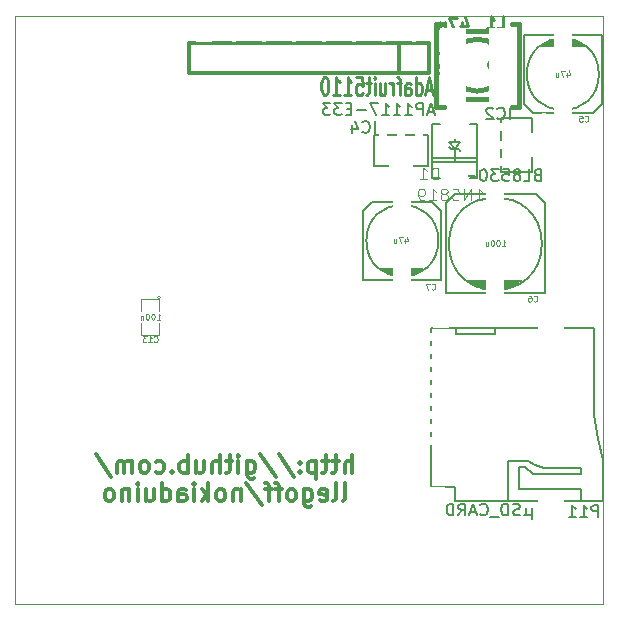
<source format=gbo>
G04 (created by PCBNEW (2013-07-07 BZR 4022)-stable) date 11/09/2014 22:00:23*
%MOIN*%
G04 Gerber Fmt 3.4, Leading zero omitted, Abs format*
%FSLAX34Y34*%
G01*
G70*
G90*
G04 APERTURE LIST*
%ADD10C,0.000787402*%
%ADD11C,0.011811*%
%ADD12C,0.00393701*%
%ADD13C,0.005*%
%ADD14C,0.012*%
%ADD15C,0.00590551*%
%ADD16C,0.015*%
%ADD17C,0.0039*%
%ADD18C,0.0079*%
%ADD19C,0.0107*%
%ADD20C,0.01*%
%ADD21C,0.0047*%
%ADD22C,0.00985*%
%ADD23C,0.00984252*%
%ADD24C,0.0043*%
%ADD25R,0.055X0.055*%
%ADD26C,0.055*%
%ADD27R,0.063X0.0276*%
%ADD28R,0.0827X0.0276*%
%ADD29R,0.1083X0.0787*%
%ADD30R,0.0276X0.063*%
%ADD31R,0.0276X0.0827*%
%ADD32R,0.0787X0.1083*%
%ADD33R,0.0629921X0.0275591*%
%ADD34R,0.0866142X0.0472441*%
%ADD35R,0.0551181X0.0433071*%
%ADD36R,0.0551181X0.0629921*%
%ADD37C,0.0393701*%
%ADD38C,0.0787*%
%ADD39R,0.0866X0.0709*%
%ADD40R,0.063X0.1575*%
%ADD41R,0.063X0.1417*%
%ADD42R,0.0866X0.248*%
%ADD43C,0.0354*%
%ADD44R,0.055X0.035*%
%ADD45C,0.16*%
G04 APERTURE END LIST*
G54D10*
G54D11*
X31232Y-31839D02*
X31232Y-31248D01*
X30979Y-31839D02*
X30979Y-31529D01*
X31007Y-31473D01*
X31063Y-31445D01*
X31147Y-31445D01*
X31204Y-31473D01*
X31232Y-31501D01*
X30782Y-31445D02*
X30557Y-31445D01*
X30697Y-31248D02*
X30697Y-31754D01*
X30669Y-31810D01*
X30613Y-31839D01*
X30557Y-31839D01*
X30444Y-31445D02*
X30219Y-31445D01*
X30360Y-31248D02*
X30360Y-31754D01*
X30332Y-31810D01*
X30276Y-31839D01*
X30219Y-31839D01*
X30023Y-31445D02*
X30023Y-32035D01*
X30023Y-31473D02*
X29966Y-31445D01*
X29854Y-31445D01*
X29798Y-31473D01*
X29769Y-31501D01*
X29741Y-31557D01*
X29741Y-31726D01*
X29769Y-31782D01*
X29798Y-31810D01*
X29854Y-31839D01*
X29966Y-31839D01*
X30023Y-31810D01*
X29488Y-31782D02*
X29460Y-31810D01*
X29488Y-31839D01*
X29516Y-31810D01*
X29488Y-31782D01*
X29488Y-31839D01*
X29488Y-31473D02*
X29460Y-31501D01*
X29488Y-31529D01*
X29516Y-31501D01*
X29488Y-31473D01*
X29488Y-31529D01*
X28785Y-31220D02*
X29291Y-31979D01*
X28167Y-31220D02*
X28673Y-31979D01*
X27717Y-31445D02*
X27717Y-31923D01*
X27745Y-31979D01*
X27773Y-32007D01*
X27829Y-32035D01*
X27913Y-32035D01*
X27970Y-32007D01*
X27717Y-31810D02*
X27773Y-31839D01*
X27885Y-31839D01*
X27942Y-31810D01*
X27970Y-31782D01*
X27998Y-31726D01*
X27998Y-31557D01*
X27970Y-31501D01*
X27942Y-31473D01*
X27885Y-31445D01*
X27773Y-31445D01*
X27717Y-31473D01*
X27435Y-31839D02*
X27435Y-31445D01*
X27435Y-31248D02*
X27464Y-31276D01*
X27435Y-31304D01*
X27407Y-31276D01*
X27435Y-31248D01*
X27435Y-31304D01*
X27239Y-31445D02*
X27014Y-31445D01*
X27154Y-31248D02*
X27154Y-31754D01*
X27126Y-31810D01*
X27070Y-31839D01*
X27014Y-31839D01*
X26817Y-31839D02*
X26817Y-31248D01*
X26564Y-31839D02*
X26564Y-31529D01*
X26592Y-31473D01*
X26648Y-31445D01*
X26732Y-31445D01*
X26789Y-31473D01*
X26817Y-31501D01*
X26029Y-31445D02*
X26029Y-31839D01*
X26282Y-31445D02*
X26282Y-31754D01*
X26254Y-31810D01*
X26198Y-31839D01*
X26114Y-31839D01*
X26057Y-31810D01*
X26029Y-31782D01*
X25748Y-31839D02*
X25748Y-31248D01*
X25748Y-31473D02*
X25692Y-31445D01*
X25579Y-31445D01*
X25523Y-31473D01*
X25495Y-31501D01*
X25467Y-31557D01*
X25467Y-31726D01*
X25495Y-31782D01*
X25523Y-31810D01*
X25579Y-31839D01*
X25692Y-31839D01*
X25748Y-31810D01*
X25214Y-31782D02*
X25186Y-31810D01*
X25214Y-31839D01*
X25242Y-31810D01*
X25214Y-31782D01*
X25214Y-31839D01*
X24679Y-31810D02*
X24736Y-31839D01*
X24848Y-31839D01*
X24904Y-31810D01*
X24933Y-31782D01*
X24961Y-31726D01*
X24961Y-31557D01*
X24933Y-31501D01*
X24904Y-31473D01*
X24848Y-31445D01*
X24736Y-31445D01*
X24679Y-31473D01*
X24342Y-31839D02*
X24398Y-31810D01*
X24426Y-31782D01*
X24455Y-31726D01*
X24455Y-31557D01*
X24426Y-31501D01*
X24398Y-31473D01*
X24342Y-31445D01*
X24258Y-31445D01*
X24201Y-31473D01*
X24173Y-31501D01*
X24145Y-31557D01*
X24145Y-31726D01*
X24173Y-31782D01*
X24201Y-31810D01*
X24258Y-31839D01*
X24342Y-31839D01*
X23892Y-31839D02*
X23892Y-31445D01*
X23892Y-31501D02*
X23864Y-31473D01*
X23808Y-31445D01*
X23723Y-31445D01*
X23667Y-31473D01*
X23639Y-31529D01*
X23639Y-31839D01*
X23639Y-31529D02*
X23611Y-31473D01*
X23555Y-31445D01*
X23470Y-31445D01*
X23414Y-31473D01*
X23386Y-31529D01*
X23386Y-31839D01*
X22683Y-31220D02*
X23189Y-31979D01*
X30908Y-32783D02*
X30965Y-32755D01*
X30993Y-32699D01*
X30993Y-32193D01*
X30599Y-32783D02*
X30655Y-32755D01*
X30683Y-32699D01*
X30683Y-32193D01*
X30149Y-32755D02*
X30205Y-32783D01*
X30318Y-32783D01*
X30374Y-32755D01*
X30402Y-32699D01*
X30402Y-32474D01*
X30374Y-32418D01*
X30318Y-32390D01*
X30205Y-32390D01*
X30149Y-32418D01*
X30121Y-32474D01*
X30121Y-32530D01*
X30402Y-32587D01*
X29615Y-32390D02*
X29615Y-32868D01*
X29643Y-32924D01*
X29671Y-32952D01*
X29727Y-32980D01*
X29812Y-32980D01*
X29868Y-32952D01*
X29615Y-32755D02*
X29671Y-32783D01*
X29784Y-32783D01*
X29840Y-32755D01*
X29868Y-32727D01*
X29896Y-32671D01*
X29896Y-32502D01*
X29868Y-32446D01*
X29840Y-32418D01*
X29784Y-32390D01*
X29671Y-32390D01*
X29615Y-32418D01*
X29249Y-32783D02*
X29305Y-32755D01*
X29334Y-32727D01*
X29362Y-32671D01*
X29362Y-32502D01*
X29334Y-32446D01*
X29305Y-32418D01*
X29249Y-32390D01*
X29165Y-32390D01*
X29109Y-32418D01*
X29080Y-32446D01*
X29052Y-32502D01*
X29052Y-32671D01*
X29080Y-32727D01*
X29109Y-32755D01*
X29165Y-32783D01*
X29249Y-32783D01*
X28884Y-32390D02*
X28659Y-32390D01*
X28799Y-32783D02*
X28799Y-32277D01*
X28771Y-32221D01*
X28715Y-32193D01*
X28659Y-32193D01*
X28546Y-32390D02*
X28321Y-32390D01*
X28462Y-32783D02*
X28462Y-32277D01*
X28434Y-32221D01*
X28377Y-32193D01*
X28321Y-32193D01*
X27703Y-32165D02*
X28209Y-32924D01*
X27506Y-32390D02*
X27506Y-32783D01*
X27506Y-32446D02*
X27478Y-32418D01*
X27421Y-32390D01*
X27337Y-32390D01*
X27281Y-32418D01*
X27253Y-32474D01*
X27253Y-32783D01*
X26887Y-32783D02*
X26943Y-32755D01*
X26971Y-32727D01*
X27000Y-32671D01*
X27000Y-32502D01*
X26971Y-32446D01*
X26943Y-32418D01*
X26887Y-32390D01*
X26803Y-32390D01*
X26746Y-32418D01*
X26718Y-32446D01*
X26690Y-32502D01*
X26690Y-32671D01*
X26718Y-32727D01*
X26746Y-32755D01*
X26803Y-32783D01*
X26887Y-32783D01*
X26437Y-32783D02*
X26437Y-32193D01*
X26381Y-32558D02*
X26212Y-32783D01*
X26212Y-32390D02*
X26437Y-32615D01*
X25959Y-32783D02*
X25959Y-32390D01*
X25959Y-32193D02*
X25987Y-32221D01*
X25959Y-32249D01*
X25931Y-32221D01*
X25959Y-32193D01*
X25959Y-32249D01*
X25425Y-32783D02*
X25425Y-32474D01*
X25453Y-32418D01*
X25509Y-32390D01*
X25622Y-32390D01*
X25678Y-32418D01*
X25425Y-32755D02*
X25481Y-32783D01*
X25622Y-32783D01*
X25678Y-32755D01*
X25706Y-32699D01*
X25706Y-32643D01*
X25678Y-32587D01*
X25622Y-32558D01*
X25481Y-32558D01*
X25425Y-32530D01*
X24890Y-32783D02*
X24890Y-32193D01*
X24890Y-32755D02*
X24947Y-32783D01*
X25059Y-32783D01*
X25115Y-32755D01*
X25143Y-32727D01*
X25172Y-32671D01*
X25172Y-32502D01*
X25143Y-32446D01*
X25115Y-32418D01*
X25059Y-32390D01*
X24947Y-32390D01*
X24890Y-32418D01*
X24356Y-32390D02*
X24356Y-32783D01*
X24609Y-32390D02*
X24609Y-32699D01*
X24581Y-32755D01*
X24525Y-32783D01*
X24440Y-32783D01*
X24384Y-32755D01*
X24356Y-32727D01*
X24075Y-32783D02*
X24075Y-32390D01*
X24075Y-32193D02*
X24103Y-32221D01*
X24075Y-32249D01*
X24047Y-32221D01*
X24075Y-32193D01*
X24075Y-32249D01*
X23794Y-32390D02*
X23794Y-32783D01*
X23794Y-32446D02*
X23766Y-32418D01*
X23709Y-32390D01*
X23625Y-32390D01*
X23569Y-32418D01*
X23541Y-32474D01*
X23541Y-32783D01*
X23175Y-32783D02*
X23231Y-32755D01*
X23259Y-32727D01*
X23287Y-32671D01*
X23287Y-32502D01*
X23259Y-32446D01*
X23231Y-32418D01*
X23175Y-32390D01*
X23091Y-32390D01*
X23034Y-32418D01*
X23006Y-32446D01*
X22978Y-32502D01*
X22978Y-32671D01*
X23006Y-32727D01*
X23034Y-32755D01*
X23091Y-32783D01*
X23175Y-32783D01*
G54D12*
X20000Y-36200D02*
X20000Y-16600D01*
X39600Y-36200D02*
X20000Y-36200D01*
X39600Y-16600D02*
X39600Y-36200D01*
X20000Y-16600D02*
X39600Y-16600D01*
G54D13*
X35715Y-20410D02*
X35715Y-20210D01*
X35715Y-20210D02*
X36185Y-20210D01*
X35715Y-20410D02*
X36185Y-20410D01*
X35715Y-21000D02*
X36185Y-21000D01*
X35715Y-20800D02*
X36185Y-20800D01*
X35715Y-21000D02*
X35715Y-20800D01*
X35715Y-21590D02*
X35715Y-21390D01*
X35715Y-21390D02*
X36185Y-21390D01*
X35715Y-21590D02*
X36185Y-21590D01*
X37410Y-21255D02*
X37410Y-20545D01*
X37410Y-20545D02*
X37215Y-20545D01*
X37410Y-21255D02*
X37215Y-21255D01*
X36185Y-21805D02*
X37215Y-21805D01*
X37215Y-21805D02*
X37215Y-19995D01*
X37215Y-19995D02*
X36185Y-19995D01*
X36185Y-19995D02*
X36185Y-21805D01*
G54D14*
X33800Y-17500D02*
X25800Y-17500D01*
X25800Y-17500D02*
X25800Y-18500D01*
X25800Y-18500D02*
X33800Y-18500D01*
X33800Y-18500D02*
X33800Y-17500D01*
X32800Y-18500D02*
X32800Y-17500D01*
G54D13*
X33340Y-20115D02*
X33540Y-20115D01*
X33540Y-20115D02*
X33540Y-20585D01*
X33340Y-20115D02*
X33340Y-20585D01*
X32750Y-20115D02*
X32750Y-20585D01*
X32950Y-20115D02*
X32950Y-20585D01*
X32750Y-20115D02*
X32950Y-20115D01*
X32160Y-20115D02*
X32360Y-20115D01*
X32360Y-20115D02*
X32360Y-20585D01*
X32160Y-20115D02*
X32160Y-20585D01*
X32495Y-21810D02*
X33205Y-21810D01*
X33205Y-21810D02*
X33205Y-21615D01*
X32495Y-21810D02*
X32495Y-21615D01*
X31945Y-20585D02*
X31945Y-21615D01*
X31945Y-21615D02*
X33755Y-21615D01*
X33755Y-21615D02*
X33755Y-20585D01*
X33755Y-20585D02*
X31945Y-20585D01*
G54D15*
X33866Y-32301D02*
X34653Y-32301D01*
X34653Y-32301D02*
X34653Y-32774D01*
X36425Y-32774D02*
X36425Y-31435D01*
X36425Y-31435D02*
X37094Y-31435D01*
X37094Y-31435D02*
X37330Y-31592D01*
X37330Y-31592D02*
X37606Y-31671D01*
X37606Y-31671D02*
X38866Y-31671D01*
X38866Y-31671D02*
X38866Y-31868D01*
X38866Y-31868D02*
X37251Y-31868D01*
X37251Y-31868D02*
X36976Y-31632D01*
X36976Y-31632D02*
X36779Y-31632D01*
X36779Y-31632D02*
X36779Y-32380D01*
X36779Y-32380D02*
X38866Y-32380D01*
X38866Y-32380D02*
X38866Y-32774D01*
X34692Y-27025D02*
X34692Y-27222D01*
X34692Y-27222D02*
X35992Y-27222D01*
X35992Y-27222D02*
X35992Y-27025D01*
X39299Y-29900D02*
X39417Y-30726D01*
X39417Y-30726D02*
X39574Y-31396D01*
X33866Y-27006D02*
X39299Y-27006D01*
X34653Y-32793D02*
X39574Y-32793D01*
X33866Y-27006D02*
X33866Y-32301D01*
X39299Y-27006D02*
X39299Y-29900D01*
X39574Y-32793D02*
X39574Y-31396D01*
G54D13*
X34650Y-20800D02*
X34650Y-20720D01*
X33900Y-20200D02*
X33900Y-22000D01*
X33900Y-22000D02*
X34150Y-22000D01*
X35400Y-21360D02*
X33900Y-21360D01*
X35400Y-21490D02*
X33900Y-21490D01*
X35150Y-20200D02*
X35400Y-20200D01*
X35400Y-20200D02*
X35400Y-22000D01*
X35400Y-22000D02*
X35150Y-22000D01*
X34150Y-20200D02*
X33900Y-20200D01*
X34650Y-21050D02*
X34463Y-20800D01*
X34463Y-20800D02*
X34650Y-20800D01*
X34650Y-20800D02*
X34837Y-20800D01*
X34837Y-20800D02*
X34650Y-21050D01*
X34650Y-21050D02*
X34525Y-21050D01*
X34525Y-21050D02*
X34463Y-20988D01*
X34650Y-21050D02*
X34775Y-21050D01*
X34775Y-21050D02*
X34837Y-21112D01*
X34650Y-21050D02*
X34650Y-21487D01*
X36400Y-25700D02*
X35600Y-25700D01*
X35450Y-25650D02*
X36550Y-25650D01*
X36650Y-25600D02*
X35350Y-25600D01*
X35250Y-25550D02*
X36750Y-25550D01*
X35200Y-25500D02*
X36800Y-25500D01*
X36900Y-25450D02*
X35100Y-25450D01*
X37550Y-24200D02*
G75*
G03X37550Y-24200I-1550J0D01*
G74*
G01*
X37650Y-25850D02*
X34350Y-25850D01*
X34350Y-25850D02*
X34350Y-22850D01*
X34350Y-22850D02*
X34650Y-22550D01*
X34650Y-22550D02*
X37350Y-22550D01*
X37350Y-22550D02*
X37650Y-22850D01*
X37650Y-22850D02*
X37650Y-25850D01*
X36000Y-22750D02*
X36000Y-23050D01*
X36150Y-22900D02*
X35850Y-22900D01*
X33200Y-25250D02*
X32600Y-25250D01*
X32450Y-25200D02*
X33350Y-25200D01*
X33450Y-25150D02*
X32350Y-25150D01*
X32250Y-25100D02*
X33550Y-25100D01*
X33600Y-25050D02*
X32200Y-25050D01*
X34100Y-24100D02*
G75*
G03X34100Y-24100I-1200J0D01*
G74*
G01*
X34200Y-25400D02*
X31600Y-25400D01*
X31600Y-25400D02*
X31600Y-23100D01*
X31600Y-23100D02*
X31900Y-22800D01*
X31900Y-22800D02*
X33900Y-22800D01*
X33900Y-22800D02*
X34200Y-23100D01*
X34200Y-23100D02*
X34200Y-25400D01*
X32900Y-23250D02*
X32900Y-23550D01*
X33050Y-23400D02*
X32750Y-23400D01*
X37950Y-17400D02*
X38550Y-17400D01*
X38700Y-17450D02*
X37800Y-17450D01*
X37700Y-17500D02*
X38800Y-17500D01*
X38900Y-17550D02*
X37600Y-17550D01*
X37550Y-17600D02*
X38950Y-17600D01*
X39450Y-18550D02*
G75*
G03X39450Y-18550I-1200J0D01*
G74*
G01*
X36950Y-17250D02*
X39550Y-17250D01*
X39550Y-17250D02*
X39550Y-19550D01*
X39550Y-19550D02*
X39250Y-19850D01*
X39250Y-19850D02*
X37250Y-19850D01*
X37250Y-19850D02*
X36950Y-19550D01*
X36950Y-19550D02*
X36950Y-17250D01*
X38250Y-19400D02*
X38250Y-19100D01*
X38100Y-19250D02*
X38400Y-19250D01*
G54D16*
X34298Y-19628D02*
X34022Y-19628D01*
X34022Y-19628D02*
X34022Y-16872D01*
X34022Y-16872D02*
X34258Y-16872D01*
X36542Y-19628D02*
X36778Y-19628D01*
X36778Y-19628D02*
X36778Y-16872D01*
X36778Y-16872D02*
X36542Y-16872D01*
X36542Y-19628D02*
X36739Y-19628D01*
X36266Y-18250D02*
G75*
G03X36266Y-18250I-866J0D01*
G74*
G01*
X36542Y-19392D02*
X36542Y-17108D01*
X36542Y-17108D02*
X34258Y-17108D01*
X34258Y-17108D02*
X34258Y-19392D01*
X34258Y-19392D02*
X36542Y-19392D01*
X35990Y-18250D02*
G75*
G03X35990Y-18250I-98J0D01*
G74*
G01*
G54D17*
X24850Y-26000D02*
G75*
G03X24850Y-26000I-50J0D01*
G74*
G01*
X24800Y-26450D02*
X24800Y-26050D01*
X24800Y-26050D02*
X24200Y-26050D01*
X24200Y-26050D02*
X24200Y-26450D01*
X24200Y-26850D02*
X24200Y-27250D01*
X24200Y-27250D02*
X24800Y-27250D01*
X24800Y-27250D02*
X24800Y-26850D01*
G54D18*
X36484Y-20059D02*
X36484Y-19665D01*
X36071Y-20021D02*
X36090Y-20040D01*
X36146Y-20059D01*
X36184Y-20059D01*
X36240Y-20040D01*
X36278Y-20003D01*
X36297Y-19965D01*
X36315Y-19890D01*
X36315Y-19834D01*
X36297Y-19759D01*
X36278Y-19721D01*
X36240Y-19684D01*
X36184Y-19665D01*
X36146Y-19665D01*
X36090Y-19684D01*
X36071Y-19703D01*
X35921Y-19703D02*
X35903Y-19684D01*
X35865Y-19665D01*
X35771Y-19665D01*
X35734Y-19684D01*
X35715Y-19703D01*
X35696Y-19740D01*
X35696Y-19778D01*
X35715Y-19834D01*
X35940Y-20059D01*
X35696Y-20059D01*
X37400Y-21903D02*
X37344Y-21921D01*
X37325Y-21940D01*
X37307Y-21978D01*
X37307Y-22034D01*
X37325Y-22071D01*
X37344Y-22090D01*
X37382Y-22109D01*
X37532Y-22109D01*
X37532Y-21715D01*
X37400Y-21715D01*
X37363Y-21734D01*
X37344Y-21753D01*
X37325Y-21790D01*
X37325Y-21828D01*
X37344Y-21865D01*
X37363Y-21884D01*
X37400Y-21903D01*
X37532Y-21903D01*
X36950Y-22109D02*
X37138Y-22109D01*
X37138Y-21715D01*
X36763Y-21884D02*
X36800Y-21865D01*
X36819Y-21846D01*
X36838Y-21809D01*
X36838Y-21790D01*
X36819Y-21753D01*
X36800Y-21734D01*
X36763Y-21715D01*
X36688Y-21715D01*
X36650Y-21734D01*
X36631Y-21753D01*
X36612Y-21790D01*
X36612Y-21809D01*
X36631Y-21846D01*
X36650Y-21865D01*
X36688Y-21884D01*
X36763Y-21884D01*
X36800Y-21903D01*
X36819Y-21921D01*
X36838Y-21959D01*
X36838Y-22034D01*
X36819Y-22071D01*
X36800Y-22090D01*
X36763Y-22109D01*
X36688Y-22109D01*
X36650Y-22090D01*
X36631Y-22071D01*
X36612Y-22034D01*
X36612Y-21959D01*
X36631Y-21921D01*
X36650Y-21903D01*
X36688Y-21884D01*
X36256Y-21715D02*
X36444Y-21715D01*
X36462Y-21903D01*
X36444Y-21884D01*
X36406Y-21865D01*
X36312Y-21865D01*
X36275Y-21884D01*
X36256Y-21903D01*
X36237Y-21940D01*
X36237Y-22034D01*
X36256Y-22071D01*
X36275Y-22090D01*
X36312Y-22109D01*
X36406Y-22109D01*
X36444Y-22090D01*
X36462Y-22071D01*
X36106Y-21715D02*
X35862Y-21715D01*
X35993Y-21865D01*
X35937Y-21865D01*
X35900Y-21884D01*
X35881Y-21903D01*
X35862Y-21940D01*
X35862Y-22034D01*
X35881Y-22071D01*
X35900Y-22090D01*
X35937Y-22109D01*
X36050Y-22109D01*
X36087Y-22090D01*
X36106Y-22071D01*
X35618Y-21715D02*
X35581Y-21715D01*
X35543Y-21734D01*
X35524Y-21753D01*
X35505Y-21790D01*
X35487Y-21865D01*
X35487Y-21959D01*
X35505Y-22034D01*
X35524Y-22071D01*
X35543Y-22090D01*
X35581Y-22109D01*
X35618Y-22109D01*
X35656Y-22090D01*
X35674Y-22071D01*
X35693Y-22034D01*
X35712Y-21959D01*
X35712Y-21865D01*
X35693Y-21790D01*
X35674Y-21753D01*
X35656Y-21734D01*
X35618Y-21715D01*
X35318Y-21959D02*
X35018Y-21959D01*
X34642Y-21715D02*
X34830Y-21715D01*
X34849Y-21903D01*
X34830Y-21884D01*
X34793Y-21865D01*
X34699Y-21865D01*
X34661Y-21884D01*
X34642Y-21903D01*
X34624Y-21940D01*
X34624Y-22034D01*
X34642Y-22071D01*
X34661Y-22090D01*
X34699Y-22109D01*
X34793Y-22109D01*
X34830Y-22090D01*
X34849Y-22071D01*
X34380Y-21715D02*
X34342Y-21715D01*
X34305Y-21734D01*
X34286Y-21753D01*
X34267Y-21790D01*
X34248Y-21865D01*
X34248Y-21959D01*
X34267Y-22034D01*
X34286Y-22071D01*
X34305Y-22090D01*
X34342Y-22109D01*
X34380Y-22109D01*
X34417Y-22090D01*
X34436Y-22071D01*
X34455Y-22034D01*
X34474Y-21959D01*
X34474Y-21865D01*
X34455Y-21790D01*
X34436Y-21753D01*
X34417Y-21734D01*
X34380Y-21715D01*
G54D19*
X34665Y-18525D02*
X34665Y-17844D01*
X34502Y-17844D01*
X34462Y-17877D01*
X34441Y-17909D01*
X34421Y-17974D01*
X34421Y-18071D01*
X34441Y-18136D01*
X34462Y-18168D01*
X34502Y-18201D01*
X34665Y-18201D01*
X34258Y-17909D02*
X34237Y-17877D01*
X34197Y-17844D01*
X34095Y-17844D01*
X34054Y-17877D01*
X34034Y-17909D01*
X34013Y-17974D01*
X34013Y-18039D01*
X34034Y-18136D01*
X34278Y-18525D01*
X34013Y-18525D01*
G54D14*
G54D20*
X33897Y-19071D02*
X33707Y-19071D01*
X33935Y-19242D02*
X33802Y-18642D01*
X33669Y-19242D01*
X33364Y-19242D02*
X33364Y-18642D01*
X33364Y-19214D02*
X33402Y-19242D01*
X33478Y-19242D01*
X33516Y-19214D01*
X33535Y-19185D01*
X33554Y-19128D01*
X33554Y-18957D01*
X33535Y-18900D01*
X33516Y-18871D01*
X33478Y-18842D01*
X33402Y-18842D01*
X33364Y-18871D01*
X33002Y-19242D02*
X33002Y-18928D01*
X33021Y-18871D01*
X33059Y-18842D01*
X33135Y-18842D01*
X33173Y-18871D01*
X33002Y-19214D02*
X33040Y-19242D01*
X33135Y-19242D01*
X33173Y-19214D01*
X33192Y-19157D01*
X33192Y-19100D01*
X33173Y-19042D01*
X33135Y-19014D01*
X33040Y-19014D01*
X33002Y-18985D01*
X32869Y-18842D02*
X32716Y-18842D01*
X32811Y-19242D02*
X32811Y-18728D01*
X32792Y-18671D01*
X32754Y-18642D01*
X32716Y-18642D01*
X32583Y-19242D02*
X32583Y-18842D01*
X32583Y-18957D02*
X32564Y-18900D01*
X32545Y-18871D01*
X32507Y-18842D01*
X32469Y-18842D01*
X32164Y-18842D02*
X32164Y-19242D01*
X32335Y-18842D02*
X32335Y-19157D01*
X32316Y-19214D01*
X32278Y-19242D01*
X32221Y-19242D01*
X32183Y-19214D01*
X32164Y-19185D01*
X31973Y-19242D02*
X31973Y-18842D01*
X31973Y-18642D02*
X31992Y-18671D01*
X31973Y-18700D01*
X31954Y-18671D01*
X31973Y-18642D01*
X31973Y-18700D01*
X31840Y-18842D02*
X31688Y-18842D01*
X31783Y-18642D02*
X31783Y-19157D01*
X31764Y-19214D01*
X31726Y-19242D01*
X31688Y-19242D01*
X31364Y-18642D02*
X31554Y-18642D01*
X31573Y-18928D01*
X31554Y-18900D01*
X31516Y-18871D01*
X31421Y-18871D01*
X31383Y-18900D01*
X31364Y-18928D01*
X31345Y-18985D01*
X31345Y-19128D01*
X31364Y-19185D01*
X31383Y-19214D01*
X31421Y-19242D01*
X31516Y-19242D01*
X31554Y-19214D01*
X31573Y-19185D01*
X30964Y-19242D02*
X31192Y-19242D01*
X31078Y-19242D02*
X31078Y-18642D01*
X31116Y-18728D01*
X31154Y-18785D01*
X31192Y-18814D01*
X30583Y-19242D02*
X30811Y-19242D01*
X30697Y-19242D02*
X30697Y-18642D01*
X30735Y-18728D01*
X30773Y-18785D01*
X30811Y-18814D01*
X30335Y-18642D02*
X30297Y-18642D01*
X30259Y-18671D01*
X30240Y-18700D01*
X30221Y-18757D01*
X30202Y-18871D01*
X30202Y-19014D01*
X30221Y-19128D01*
X30240Y-19185D01*
X30259Y-19214D01*
X30297Y-19242D01*
X30335Y-19242D01*
X30373Y-19214D01*
X30392Y-19185D01*
X30411Y-19128D01*
X30430Y-19014D01*
X30430Y-18871D01*
X30411Y-18757D01*
X30392Y-18700D01*
X30373Y-18671D01*
X30335Y-18642D01*
G54D14*
G54D18*
X31984Y-20509D02*
X31984Y-20115D01*
X31571Y-20471D02*
X31590Y-20490D01*
X31646Y-20509D01*
X31684Y-20509D01*
X31740Y-20490D01*
X31778Y-20453D01*
X31797Y-20415D01*
X31815Y-20340D01*
X31815Y-20284D01*
X31797Y-20209D01*
X31778Y-20171D01*
X31740Y-20134D01*
X31684Y-20115D01*
X31646Y-20115D01*
X31590Y-20134D01*
X31571Y-20153D01*
X31234Y-20246D02*
X31234Y-20509D01*
X31327Y-20096D02*
X31421Y-20378D01*
X31177Y-20378D01*
X33938Y-19796D02*
X33751Y-19796D01*
X33976Y-19909D02*
X33844Y-19515D01*
X33713Y-19909D01*
X33582Y-19909D02*
X33582Y-19515D01*
X33432Y-19515D01*
X33394Y-19534D01*
X33375Y-19553D01*
X33357Y-19590D01*
X33357Y-19646D01*
X33375Y-19684D01*
X33394Y-19703D01*
X33432Y-19721D01*
X33582Y-19721D01*
X32981Y-19909D02*
X33206Y-19909D01*
X33094Y-19909D02*
X33094Y-19515D01*
X33131Y-19571D01*
X33169Y-19609D01*
X33206Y-19628D01*
X32606Y-19909D02*
X32831Y-19909D01*
X32719Y-19909D02*
X32719Y-19515D01*
X32756Y-19571D01*
X32794Y-19609D01*
X32831Y-19628D01*
X32231Y-19909D02*
X32456Y-19909D01*
X32343Y-19909D02*
X32343Y-19515D01*
X32381Y-19571D01*
X32418Y-19609D01*
X32456Y-19628D01*
X32100Y-19515D02*
X31837Y-19515D01*
X32006Y-19909D01*
X31687Y-19759D02*
X31387Y-19759D01*
X31199Y-19703D02*
X31068Y-19703D01*
X31011Y-19909D02*
X31199Y-19909D01*
X31199Y-19515D01*
X31011Y-19515D01*
X30880Y-19515D02*
X30636Y-19515D01*
X30767Y-19665D01*
X30711Y-19665D01*
X30674Y-19684D01*
X30655Y-19703D01*
X30636Y-19740D01*
X30636Y-19834D01*
X30655Y-19871D01*
X30674Y-19890D01*
X30711Y-19909D01*
X30824Y-19909D01*
X30861Y-19890D01*
X30880Y-19871D01*
X30505Y-19515D02*
X30261Y-19515D01*
X30392Y-19665D01*
X30336Y-19665D01*
X30298Y-19684D01*
X30280Y-19703D01*
X30261Y-19740D01*
X30261Y-19834D01*
X30280Y-19871D01*
X30298Y-19890D01*
X30336Y-19909D01*
X30448Y-19909D01*
X30486Y-19890D01*
X30505Y-19871D01*
G54D15*
X39428Y-33309D02*
X39428Y-32915D01*
X39278Y-32915D01*
X39240Y-32934D01*
X39221Y-32953D01*
X39203Y-32990D01*
X39203Y-33046D01*
X39221Y-33084D01*
X39240Y-33103D01*
X39278Y-33121D01*
X39428Y-33121D01*
X38828Y-33309D02*
X39053Y-33309D01*
X38940Y-33309D02*
X38940Y-32915D01*
X38978Y-32971D01*
X39015Y-33009D01*
X39053Y-33028D01*
X38453Y-33309D02*
X38678Y-33309D01*
X38565Y-33309D02*
X38565Y-32915D01*
X38603Y-32971D01*
X38640Y-33009D01*
X38678Y-33028D01*
X37206Y-32996D02*
X37206Y-33390D01*
X37018Y-33203D02*
X36999Y-33240D01*
X36962Y-33259D01*
X37206Y-33203D02*
X37187Y-33240D01*
X37149Y-33259D01*
X37074Y-33259D01*
X37037Y-33240D01*
X37018Y-33203D01*
X37018Y-32996D01*
X36812Y-33240D02*
X36756Y-33259D01*
X36662Y-33259D01*
X36624Y-33240D01*
X36606Y-33221D01*
X36587Y-33184D01*
X36587Y-33146D01*
X36606Y-33109D01*
X36624Y-33090D01*
X36662Y-33071D01*
X36737Y-33053D01*
X36774Y-33034D01*
X36793Y-33015D01*
X36812Y-32978D01*
X36812Y-32940D01*
X36793Y-32903D01*
X36774Y-32884D01*
X36737Y-32865D01*
X36643Y-32865D01*
X36587Y-32884D01*
X36418Y-33259D02*
X36418Y-32865D01*
X36324Y-32865D01*
X36268Y-32884D01*
X36231Y-32921D01*
X36212Y-32959D01*
X36193Y-33034D01*
X36193Y-33090D01*
X36212Y-33165D01*
X36231Y-33203D01*
X36268Y-33240D01*
X36324Y-33259D01*
X36418Y-33259D01*
X36118Y-33296D02*
X35818Y-33296D01*
X35500Y-33221D02*
X35518Y-33240D01*
X35575Y-33259D01*
X35612Y-33259D01*
X35668Y-33240D01*
X35706Y-33203D01*
X35725Y-33165D01*
X35743Y-33090D01*
X35743Y-33034D01*
X35725Y-32959D01*
X35706Y-32921D01*
X35668Y-32884D01*
X35612Y-32865D01*
X35575Y-32865D01*
X35518Y-32884D01*
X35500Y-32903D01*
X35350Y-33146D02*
X35162Y-33146D01*
X35387Y-33259D02*
X35256Y-32865D01*
X35125Y-33259D01*
X34768Y-33259D02*
X34900Y-33071D01*
X34993Y-33259D02*
X34993Y-32865D01*
X34843Y-32865D01*
X34806Y-32884D01*
X34787Y-32903D01*
X34768Y-32940D01*
X34768Y-32996D01*
X34787Y-33034D01*
X34806Y-33053D01*
X34843Y-33071D01*
X34993Y-33071D01*
X34600Y-33259D02*
X34600Y-32865D01*
X34506Y-32865D01*
X34450Y-32884D01*
X34412Y-32921D01*
X34393Y-32959D01*
X34375Y-33034D01*
X34375Y-33090D01*
X34393Y-33165D01*
X34412Y-33203D01*
X34450Y-33240D01*
X34506Y-33259D01*
X34600Y-33259D01*
G54D21*
X34090Y-22059D02*
X34090Y-21665D01*
X33997Y-21665D01*
X33940Y-21684D01*
X33903Y-21721D01*
X33884Y-21759D01*
X33865Y-21834D01*
X33865Y-21890D01*
X33884Y-21965D01*
X33903Y-22003D01*
X33940Y-22040D01*
X33997Y-22059D01*
X34090Y-22059D01*
X33490Y-22059D02*
X33715Y-22059D01*
X33603Y-22059D02*
X33603Y-21665D01*
X33640Y-21721D01*
X33678Y-21759D01*
X33715Y-21778D01*
X35344Y-22759D02*
X35569Y-22759D01*
X35456Y-22759D02*
X35456Y-22365D01*
X35494Y-22421D01*
X35531Y-22459D01*
X35569Y-22478D01*
X35175Y-22759D02*
X35175Y-22365D01*
X34950Y-22759D01*
X34950Y-22365D01*
X34575Y-22365D02*
X34762Y-22365D01*
X34781Y-22553D01*
X34762Y-22534D01*
X34725Y-22515D01*
X34631Y-22515D01*
X34593Y-22534D01*
X34575Y-22553D01*
X34556Y-22590D01*
X34556Y-22684D01*
X34575Y-22721D01*
X34593Y-22740D01*
X34631Y-22759D01*
X34725Y-22759D01*
X34762Y-22740D01*
X34781Y-22721D01*
X34331Y-22534D02*
X34368Y-22515D01*
X34387Y-22496D01*
X34406Y-22459D01*
X34406Y-22440D01*
X34387Y-22403D01*
X34368Y-22384D01*
X34331Y-22365D01*
X34256Y-22365D01*
X34218Y-22384D01*
X34199Y-22403D01*
X34181Y-22440D01*
X34181Y-22459D01*
X34199Y-22496D01*
X34218Y-22515D01*
X34256Y-22534D01*
X34331Y-22534D01*
X34368Y-22553D01*
X34387Y-22571D01*
X34406Y-22609D01*
X34406Y-22684D01*
X34387Y-22721D01*
X34368Y-22740D01*
X34331Y-22759D01*
X34256Y-22759D01*
X34218Y-22740D01*
X34199Y-22721D01*
X34181Y-22684D01*
X34181Y-22609D01*
X34199Y-22571D01*
X34218Y-22553D01*
X34256Y-22534D01*
X33805Y-22759D02*
X34030Y-22759D01*
X33918Y-22759D02*
X33918Y-22365D01*
X33955Y-22421D01*
X33993Y-22459D01*
X34030Y-22478D01*
X33618Y-22759D02*
X33543Y-22759D01*
X33505Y-22740D01*
X33486Y-22721D01*
X33449Y-22665D01*
X33430Y-22590D01*
X33430Y-22440D01*
X33449Y-22403D01*
X33468Y-22384D01*
X33505Y-22365D01*
X33580Y-22365D01*
X33618Y-22384D01*
X33636Y-22403D01*
X33655Y-22440D01*
X33655Y-22534D01*
X33636Y-22571D01*
X33618Y-22590D01*
X33580Y-22609D01*
X33505Y-22609D01*
X33468Y-22590D01*
X33449Y-22571D01*
X33430Y-22534D01*
X37282Y-26110D02*
X37292Y-26120D01*
X37320Y-26129D01*
X37339Y-26129D01*
X37367Y-26120D01*
X37386Y-26101D01*
X37395Y-26082D01*
X37404Y-26045D01*
X37404Y-26017D01*
X37395Y-25979D01*
X37386Y-25960D01*
X37367Y-25942D01*
X37339Y-25932D01*
X37320Y-25932D01*
X37292Y-25942D01*
X37282Y-25951D01*
X37113Y-25932D02*
X37151Y-25932D01*
X37170Y-25942D01*
X37179Y-25951D01*
X37198Y-25979D01*
X37207Y-26017D01*
X37207Y-26092D01*
X37198Y-26110D01*
X37189Y-26120D01*
X37170Y-26129D01*
X37132Y-26129D01*
X37113Y-26120D01*
X37104Y-26110D01*
X37095Y-26092D01*
X37095Y-26045D01*
X37104Y-26026D01*
X37113Y-26017D01*
X37132Y-26007D01*
X37170Y-26007D01*
X37189Y-26017D01*
X37198Y-26026D01*
X37207Y-26045D01*
X36220Y-24279D02*
X36333Y-24279D01*
X36276Y-24279D02*
X36276Y-24082D01*
X36295Y-24110D01*
X36314Y-24129D01*
X36333Y-24139D01*
X36098Y-24082D02*
X36079Y-24082D01*
X36060Y-24092D01*
X36051Y-24101D01*
X36042Y-24120D01*
X36032Y-24157D01*
X36032Y-24204D01*
X36042Y-24242D01*
X36051Y-24260D01*
X36060Y-24270D01*
X36079Y-24279D01*
X36098Y-24279D01*
X36117Y-24270D01*
X36126Y-24260D01*
X36136Y-24242D01*
X36145Y-24204D01*
X36145Y-24157D01*
X36136Y-24120D01*
X36126Y-24101D01*
X36117Y-24092D01*
X36098Y-24082D01*
X35910Y-24082D02*
X35892Y-24082D01*
X35873Y-24092D01*
X35863Y-24101D01*
X35854Y-24120D01*
X35845Y-24157D01*
X35845Y-24204D01*
X35854Y-24242D01*
X35863Y-24260D01*
X35873Y-24270D01*
X35892Y-24279D01*
X35910Y-24279D01*
X35929Y-24270D01*
X35939Y-24260D01*
X35948Y-24242D01*
X35957Y-24204D01*
X35957Y-24157D01*
X35948Y-24120D01*
X35939Y-24101D01*
X35929Y-24092D01*
X35910Y-24082D01*
X35676Y-24148D02*
X35676Y-24279D01*
X35760Y-24148D02*
X35760Y-24251D01*
X35751Y-24270D01*
X35732Y-24279D01*
X35704Y-24279D01*
X35685Y-24270D01*
X35676Y-24260D01*
X33882Y-25710D02*
X33892Y-25720D01*
X33920Y-25729D01*
X33939Y-25729D01*
X33967Y-25720D01*
X33986Y-25701D01*
X33995Y-25682D01*
X34004Y-25645D01*
X34004Y-25617D01*
X33995Y-25579D01*
X33986Y-25560D01*
X33967Y-25542D01*
X33939Y-25532D01*
X33920Y-25532D01*
X33892Y-25542D01*
X33882Y-25551D01*
X33817Y-25532D02*
X33685Y-25532D01*
X33770Y-25729D01*
X32995Y-24048D02*
X32995Y-24179D01*
X33042Y-23973D02*
X33089Y-24114D01*
X32967Y-24114D01*
X32910Y-23982D02*
X32779Y-23982D01*
X32864Y-24179D01*
X32620Y-24048D02*
X32620Y-24179D01*
X32704Y-24048D02*
X32704Y-24151D01*
X32695Y-24170D01*
X32676Y-24179D01*
X32648Y-24179D01*
X32629Y-24170D01*
X32620Y-24160D01*
X38982Y-20110D02*
X38992Y-20120D01*
X39020Y-20129D01*
X39039Y-20129D01*
X39067Y-20120D01*
X39086Y-20101D01*
X39095Y-20082D01*
X39104Y-20045D01*
X39104Y-20017D01*
X39095Y-19979D01*
X39086Y-19960D01*
X39067Y-19942D01*
X39039Y-19932D01*
X39020Y-19932D01*
X38992Y-19942D01*
X38982Y-19951D01*
X38804Y-19932D02*
X38898Y-19932D01*
X38907Y-20026D01*
X38898Y-20017D01*
X38879Y-20007D01*
X38832Y-20007D01*
X38813Y-20017D01*
X38804Y-20026D01*
X38795Y-20045D01*
X38795Y-20092D01*
X38804Y-20110D01*
X38813Y-20120D01*
X38832Y-20129D01*
X38879Y-20129D01*
X38898Y-20120D01*
X38907Y-20110D01*
X38395Y-18498D02*
X38395Y-18629D01*
X38442Y-18423D02*
X38489Y-18564D01*
X38367Y-18564D01*
X38310Y-18432D02*
X38179Y-18432D01*
X38264Y-18629D01*
X38020Y-18498D02*
X38020Y-18629D01*
X38104Y-18498D02*
X38104Y-18601D01*
X38095Y-18620D01*
X38076Y-18629D01*
X38048Y-18629D01*
X38029Y-18620D01*
X38020Y-18610D01*
G54D22*
X36065Y-17009D02*
X36253Y-17009D01*
X36253Y-16615D01*
X35727Y-17009D02*
X35953Y-17009D01*
X35840Y-17009D02*
X35840Y-16615D01*
X35878Y-16671D01*
X35915Y-16709D01*
X35953Y-16728D01*
G54D23*
X34890Y-16796D02*
X34890Y-17059D01*
X34984Y-16646D02*
X35078Y-16928D01*
X34834Y-16928D01*
X34721Y-16665D02*
X34459Y-16665D01*
X34628Y-17059D01*
X34140Y-16796D02*
X34140Y-17059D01*
X34309Y-16796D02*
X34309Y-17003D01*
X34290Y-17040D01*
X34253Y-17059D01*
X34196Y-17059D01*
X34159Y-17040D01*
X34140Y-17021D01*
G54D24*
X24626Y-27460D02*
X24636Y-27470D01*
X24664Y-27479D01*
X24682Y-27479D01*
X24711Y-27470D01*
X24729Y-27451D01*
X24739Y-27432D01*
X24748Y-27395D01*
X24748Y-27367D01*
X24739Y-27329D01*
X24729Y-27310D01*
X24711Y-27292D01*
X24682Y-27282D01*
X24664Y-27282D01*
X24636Y-27292D01*
X24626Y-27301D01*
X24439Y-27479D02*
X24551Y-27479D01*
X24495Y-27479D02*
X24495Y-27282D01*
X24514Y-27310D01*
X24532Y-27329D01*
X24551Y-27339D01*
X24373Y-27282D02*
X24251Y-27282D01*
X24317Y-27357D01*
X24288Y-27357D01*
X24270Y-27367D01*
X24260Y-27376D01*
X24251Y-27395D01*
X24251Y-27442D01*
X24260Y-27460D01*
X24270Y-27470D01*
X24288Y-27479D01*
X24345Y-27479D01*
X24363Y-27470D01*
X24373Y-27460D01*
X24720Y-26729D02*
X24833Y-26729D01*
X24776Y-26729D02*
X24776Y-26532D01*
X24795Y-26560D01*
X24814Y-26579D01*
X24833Y-26589D01*
X24598Y-26532D02*
X24579Y-26532D01*
X24560Y-26542D01*
X24551Y-26551D01*
X24542Y-26570D01*
X24532Y-26607D01*
X24532Y-26654D01*
X24542Y-26692D01*
X24551Y-26710D01*
X24560Y-26720D01*
X24579Y-26729D01*
X24598Y-26729D01*
X24617Y-26720D01*
X24626Y-26710D01*
X24636Y-26692D01*
X24645Y-26654D01*
X24645Y-26607D01*
X24636Y-26570D01*
X24626Y-26551D01*
X24617Y-26542D01*
X24598Y-26532D01*
X24410Y-26532D02*
X24392Y-26532D01*
X24373Y-26542D01*
X24363Y-26551D01*
X24354Y-26570D01*
X24345Y-26607D01*
X24345Y-26654D01*
X24354Y-26692D01*
X24363Y-26710D01*
X24373Y-26720D01*
X24392Y-26729D01*
X24410Y-26729D01*
X24429Y-26720D01*
X24439Y-26710D01*
X24448Y-26692D01*
X24457Y-26654D01*
X24457Y-26607D01*
X24448Y-26570D01*
X24439Y-26551D01*
X24429Y-26542D01*
X24410Y-26532D01*
X24260Y-26598D02*
X24260Y-26729D01*
X24260Y-26617D02*
X24251Y-26607D01*
X24232Y-26598D01*
X24204Y-26598D01*
X24185Y-26607D01*
X24176Y-26626D01*
X24176Y-26729D01*
%LPC*%
G54D25*
X26300Y-17200D03*
G54D26*
X27300Y-17200D03*
X28300Y-17200D03*
X29300Y-17200D03*
X30300Y-17200D03*
X31300Y-17200D03*
X32300Y-17200D03*
X33300Y-17200D03*
X23700Y-33800D03*
X23700Y-35800D03*
X20700Y-33800D03*
X20700Y-35800D03*
X27500Y-33800D03*
X27500Y-35800D03*
X24500Y-33800D03*
X24500Y-35800D03*
X31300Y-33800D03*
X31300Y-35800D03*
X28300Y-33800D03*
X28300Y-35800D03*
X35100Y-33800D03*
X35100Y-35800D03*
X32100Y-33800D03*
X32100Y-35800D03*
X38900Y-33800D03*
X38900Y-35800D03*
X35900Y-33800D03*
X35900Y-35800D03*
G54D27*
X35952Y-21491D03*
G54D28*
X36050Y-20900D03*
G54D27*
X35952Y-20309D03*
G54D29*
X36995Y-20900D03*
G54D25*
X33300Y-18000D03*
G54D26*
X32300Y-18000D03*
X31300Y-18000D03*
X30300Y-18000D03*
X29300Y-18000D03*
X28300Y-18000D03*
X27300Y-18000D03*
X26300Y-18000D03*
G54D25*
X20600Y-23900D03*
G54D26*
X20600Y-24900D03*
X20600Y-25900D03*
X20600Y-26900D03*
X20600Y-27900D03*
X20600Y-28900D03*
G54D25*
X20600Y-18300D03*
G54D26*
X21600Y-18300D03*
X22600Y-18300D03*
G54D25*
X20600Y-21300D03*
G54D26*
X21600Y-21300D03*
X22600Y-21300D03*
G54D25*
X20600Y-20300D03*
G54D26*
X21600Y-20300D03*
X22600Y-20300D03*
G54D25*
X20600Y-19300D03*
G54D26*
X21600Y-19300D03*
X22600Y-19300D03*
G54D25*
X20600Y-17300D03*
G54D26*
X21600Y-17300D03*
X22600Y-17300D03*
G54D30*
X32259Y-20352D03*
G54D31*
X32850Y-20450D03*
G54D30*
X33441Y-20352D03*
G54D32*
X32850Y-21395D03*
G54D33*
X33866Y-29900D03*
X33866Y-30333D03*
X33866Y-30766D03*
X33866Y-29466D03*
X33866Y-29033D03*
X33866Y-28600D03*
X33866Y-28167D03*
X33866Y-27734D03*
X33866Y-27301D03*
G54D34*
X37842Y-26848D03*
X37842Y-32951D03*
G54D35*
X34181Y-26809D03*
G54D36*
X34062Y-32596D03*
G54D37*
X38000Y-27959D03*
X38000Y-31100D03*
G54D25*
X20600Y-22300D03*
G54D26*
X21600Y-22300D03*
X22600Y-22300D03*
X23600Y-22300D03*
G54D38*
X38500Y-25584D03*
X38500Y-24600D03*
X38500Y-23616D03*
G54D39*
X34650Y-20310D03*
X34650Y-21890D03*
G54D25*
X39050Y-22150D03*
G54D26*
X38050Y-22150D03*
G54D40*
X36000Y-22999D03*
X36000Y-25401D03*
G54D41*
X32900Y-23017D03*
X32900Y-25183D03*
X38250Y-19633D03*
X38250Y-17467D03*
G54D42*
X36207Y-18250D03*
X34593Y-18250D03*
G54D43*
X37615Y-20016D03*
X37615Y-18284D03*
G54D44*
X24500Y-26275D03*
X24500Y-27025D03*
G54D45*
X21100Y-32000D03*
X24700Y-17700D03*
X32500Y-32000D03*
M02*

</source>
